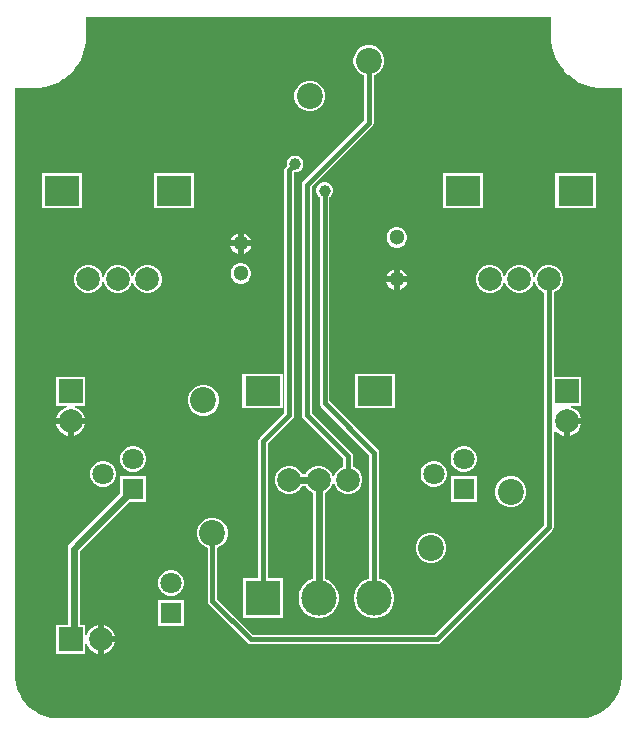
<source format=gbl>
G04*
G04 #@! TF.GenerationSoftware,Altium Limited,Altium Designer,24.2.2 (26)*
G04*
G04 Layer_Physical_Order=2*
G04 Layer_Color=8421376*
%FSLAX25Y25*%
%MOIN*%
G70*
G04*
G04 #@! TF.SameCoordinates,D69A43C9-FDAF-4BAE-836A-D486D32142D5*
G04*
G04*
G04 #@! TF.FilePolarity,Positive*
G04*
G01*
G75*
%ADD36C,0.01575*%
%ADD37C,0.02362*%
%ADD38C,0.08661*%
%ADD39R,0.11811X0.09843*%
%ADD40C,0.07874*%
%ADD41C,0.07087*%
%ADD42R,0.07087X0.07087*%
%ADD43C,0.05118*%
%ADD44C,0.11811*%
%ADD45R,0.11811X0.11811*%
%ADD46R,0.07087X0.07087*%
%ADD47R,0.07874X0.07874*%
%ADD48R,0.07874X0.07874*%
%ADD49C,0.03937*%
G36*
X183835Y405512D02*
X183839Y405492D01*
X183836Y405472D01*
X183870Y404442D01*
X183883Y404384D01*
X183879Y404325D01*
X184148Y402282D01*
X184174Y402207D01*
X184179Y402128D01*
X184712Y400138D01*
X184747Y400067D01*
X184763Y399989D01*
X185551Y398086D01*
X185595Y398020D01*
X185621Y397944D01*
X186651Y396161D01*
X186703Y396101D01*
X186738Y396030D01*
X187992Y394395D01*
X188052Y394343D01*
X188096Y394277D01*
X189552Y392820D01*
X189619Y392776D01*
X189671Y392717D01*
X191305Y391462D01*
X191376Y391427D01*
X191436Y391375D01*
X193220Y390345D01*
X193295Y390319D01*
X193361Y390275D01*
X195264Y389487D01*
X195342Y389472D01*
X195414Y389436D01*
X197403Y388903D01*
X197483Y388898D01*
X197558Y388873D01*
X199600Y388604D01*
X199660Y388608D01*
X199718Y388594D01*
X200748Y388560D01*
X200768Y388563D01*
X200787Y388560D01*
X207457D01*
X207457Y192913D01*
X207457Y191960D01*
X207208Y190070D01*
X206715Y188228D01*
X205985Y186467D01*
X205032Y184816D01*
X203871Y183303D01*
X202523Y181955D01*
X201011Y180795D01*
X199360Y179841D01*
X197598Y179112D01*
X195757Y178618D01*
X193867Y178369D01*
X192913D01*
X19685Y178369D01*
X18732D01*
X16842Y178618D01*
X15000Y179112D01*
X13239Y179841D01*
X11588Y180795D01*
X10075Y181955D01*
X8727Y183303D01*
X7566Y184816D01*
X6613Y186467D01*
X5883Y188228D01*
X5390Y190070D01*
X5141Y191960D01*
X5141Y192913D01*
Y388560D01*
X11811D01*
X11831Y388563D01*
X11850Y388560D01*
X12880Y388594D01*
X12939Y388608D01*
X12998Y388604D01*
X15041Y388873D01*
X15116Y388898D01*
X15195Y388903D01*
X17185Y389436D01*
X17256Y389472D01*
X17334Y389487D01*
X19237Y390275D01*
X19303Y390319D01*
X19378Y390345D01*
X21162Y391375D01*
X21222Y391427D01*
X21293Y391462D01*
X22928Y392717D01*
X22980Y392776D01*
X23046Y392820D01*
X24502Y394277D01*
X24547Y394343D01*
X24606Y394395D01*
X25860Y396030D01*
X25896Y396101D01*
X25948Y396161D01*
X26978Y397944D01*
X27003Y398020D01*
X27048Y398086D01*
X27836Y399989D01*
X27851Y400067D01*
X27887Y400138D01*
X28420Y402128D01*
X28425Y402207D01*
X28450Y402282D01*
X28719Y404325D01*
X28715Y404384D01*
X28729Y404442D01*
X28763Y405472D01*
X28759Y405492D01*
X28763Y405512D01*
Y412182D01*
X183835D01*
Y405512D01*
D02*
G37*
%LPC*%
G36*
X104020Y390945D02*
X102673D01*
X101371Y390596D01*
X100204Y389922D01*
X99251Y388969D01*
X98577Y387802D01*
X98228Y386501D01*
Y385153D01*
X98577Y383851D01*
X99251Y382684D01*
X100204Y381731D01*
X101371Y381058D01*
X102673Y380709D01*
X104020D01*
X105322Y381058D01*
X106489Y381731D01*
X107442Y382684D01*
X108116Y383851D01*
X108465Y385153D01*
Y386501D01*
X108116Y387802D01*
X107442Y388969D01*
X106489Y389922D01*
X105322Y390596D01*
X104020Y390945D01*
D02*
G37*
G36*
X198622Y360039D02*
X185236D01*
Y348622D01*
X198622D01*
Y360039D01*
D02*
G37*
G36*
X161221D02*
X147835D01*
Y348622D01*
X161221D01*
Y360039D01*
D02*
G37*
G36*
X64764D02*
X51378D01*
Y348622D01*
X64764D01*
Y360039D01*
D02*
G37*
G36*
X27362D02*
X13976D01*
Y348622D01*
X27362D01*
Y360039D01*
D02*
G37*
G36*
X81299Y340110D02*
Y337693D01*
X83716D01*
X83616Y338067D01*
X83147Y338878D01*
X82485Y339541D01*
X81673Y340009D01*
X81299Y340110D01*
D02*
G37*
G36*
X79299D02*
X78926Y340009D01*
X78114Y339541D01*
X77451Y338878D01*
X76983Y338067D01*
X76883Y337693D01*
X79299D01*
Y340110D01*
D02*
G37*
G36*
X132740Y342039D02*
X131859D01*
X131008Y341811D01*
X130244Y341371D01*
X129621Y340748D01*
X129181Y339985D01*
X128953Y339134D01*
Y338252D01*
X129181Y337401D01*
X129621Y336638D01*
X130244Y336015D01*
X131008Y335575D01*
X131859Y335347D01*
X132740D01*
X133591Y335575D01*
X134354Y336015D01*
X134977Y336638D01*
X135418Y337401D01*
X135646Y338252D01*
Y339134D01*
X135418Y339985D01*
X134977Y340748D01*
X134354Y341371D01*
X133591Y341811D01*
X132740Y342039D01*
D02*
G37*
G36*
X83716Y335693D02*
X81299D01*
Y333276D01*
X81673Y333376D01*
X82485Y333845D01*
X83147Y334508D01*
X83616Y335319D01*
X83716Y335693D01*
D02*
G37*
G36*
X79299D02*
X76883D01*
X76983Y335319D01*
X77451Y334508D01*
X78114Y333845D01*
X78926Y333376D01*
X79299Y333276D01*
Y335693D01*
D02*
G37*
G36*
X133299Y328110D02*
Y325693D01*
X135716D01*
X135616Y326067D01*
X135147Y326878D01*
X134485Y327541D01*
X133673Y328009D01*
X133299Y328110D01*
D02*
G37*
G36*
X131299D02*
X130926Y328009D01*
X130114Y327541D01*
X129451Y326878D01*
X128983Y326067D01*
X128883Y325693D01*
X131299D01*
Y328110D01*
D02*
G37*
G36*
X183693Y329528D02*
X182449D01*
X181247Y329206D01*
X180170Y328584D01*
X179290Y327704D01*
X178668Y326627D01*
X178408Y325656D01*
X177891D01*
X177631Y326627D01*
X177009Y327704D01*
X176129Y328584D01*
X175052Y329206D01*
X173850Y329528D01*
X172606D01*
X171405Y329206D01*
X170327Y328584D01*
X169448Y327704D01*
X168826Y326627D01*
X168566Y325656D01*
X168048D01*
X167788Y326627D01*
X167166Y327704D01*
X166287Y328584D01*
X165209Y329206D01*
X164008Y329528D01*
X162764D01*
X161562Y329206D01*
X160485Y328584D01*
X159605Y327704D01*
X158983Y326627D01*
X158661Y325425D01*
Y324181D01*
X158983Y322980D01*
X159605Y321902D01*
X160485Y321023D01*
X161562Y320401D01*
X162764Y320079D01*
X164008D01*
X165209Y320401D01*
X166287Y321023D01*
X167166Y321902D01*
X167788Y322980D01*
X168048Y323950D01*
X168566D01*
X168826Y322980D01*
X169448Y321902D01*
X170327Y321023D01*
X171405Y320401D01*
X172606Y320079D01*
X173850D01*
X175052Y320401D01*
X176129Y321023D01*
X177009Y321902D01*
X177631Y322980D01*
X177891Y323950D01*
X178408D01*
X178668Y322980D01*
X179290Y321902D01*
X180170Y321023D01*
X181247Y320401D01*
X181465Y320342D01*
Y242791D01*
X145004Y206330D01*
X84326D01*
X72472Y218185D01*
Y235289D01*
X72842Y235388D01*
X74009Y236062D01*
X74962Y237015D01*
X75635Y238182D01*
X75984Y239484D01*
Y240831D01*
X75635Y242133D01*
X74962Y243300D01*
X74009Y244253D01*
X72842Y244927D01*
X71540Y245276D01*
X70192D01*
X68891Y244927D01*
X67724Y244253D01*
X66771Y243300D01*
X66097Y242133D01*
X65748Y240831D01*
Y239484D01*
X66097Y238182D01*
X66771Y237015D01*
X67724Y236062D01*
X68891Y235388D01*
X69261Y235289D01*
Y217520D01*
X69261Y217520D01*
X69383Y216905D01*
X69731Y216384D01*
X82526Y203589D01*
X82526Y203589D01*
X83047Y203241D01*
X83661Y203119D01*
X83662Y203119D01*
X145669D01*
X145669Y203119D01*
X146284Y203241D01*
X146805Y203589D01*
X184206Y240991D01*
X184206Y240991D01*
X184554Y241512D01*
X184677Y242126D01*
Y274012D01*
X185177Y274219D01*
X185945Y273451D01*
X187071Y272801D01*
X187976Y272558D01*
Y277402D01*
X188976D01*
Y278402D01*
X193820D01*
X193577Y279307D01*
X192927Y280433D01*
X192008Y281352D01*
X190882Y282002D01*
X190229Y282177D01*
X190295Y282677D01*
X193701D01*
Y292126D01*
X184677D01*
Y320342D01*
X184894Y320401D01*
X185972Y321023D01*
X186851Y321902D01*
X187473Y322980D01*
X187795Y324181D01*
Y325425D01*
X187473Y326627D01*
X186851Y327704D01*
X185972Y328584D01*
X184894Y329206D01*
X183693Y329528D01*
D02*
G37*
G36*
X49835D02*
X48591D01*
X47389Y329206D01*
X46312Y328584D01*
X45432Y327704D01*
X44810Y326627D01*
X44550Y325656D01*
X44032D01*
X43773Y326627D01*
X43150Y327704D01*
X42271Y328584D01*
X41194Y329206D01*
X39992Y329528D01*
X38748D01*
X37547Y329206D01*
X36469Y328584D01*
X35590Y327704D01*
X34968Y326627D01*
X34708Y325656D01*
X34190D01*
X33930Y326627D01*
X33308Y327704D01*
X32428Y328584D01*
X31351Y329206D01*
X30149Y329528D01*
X28906D01*
X27704Y329206D01*
X26627Y328584D01*
X25747Y327704D01*
X25125Y326627D01*
X24803Y325425D01*
Y324181D01*
X25125Y322980D01*
X25747Y321902D01*
X26627Y321023D01*
X27704Y320401D01*
X28906Y320079D01*
X30149D01*
X31351Y320401D01*
X32428Y321023D01*
X33308Y321902D01*
X33930Y322980D01*
X34190Y323950D01*
X34708D01*
X34968Y322980D01*
X35590Y321902D01*
X36469Y321023D01*
X37547Y320401D01*
X38748Y320079D01*
X39992D01*
X41194Y320401D01*
X42271Y321023D01*
X43150Y321902D01*
X43773Y322980D01*
X44032Y323950D01*
X44550D01*
X44810Y322980D01*
X45432Y321902D01*
X46312Y321023D01*
X47389Y320401D01*
X48591Y320079D01*
X49835D01*
X51036Y320401D01*
X52113Y321023D01*
X52993Y321902D01*
X53615Y322980D01*
X53937Y324181D01*
Y325425D01*
X53615Y326627D01*
X52993Y327704D01*
X52113Y328584D01*
X51036Y329206D01*
X49835Y329528D01*
D02*
G37*
G36*
X80740Y330039D02*
X79859D01*
X79008Y329811D01*
X78244Y329371D01*
X77621Y328748D01*
X77181Y327985D01*
X76953Y327133D01*
Y326252D01*
X77181Y325401D01*
X77621Y324638D01*
X78244Y324015D01*
X79008Y323574D01*
X79859Y323346D01*
X80740D01*
X81591Y323574D01*
X82354Y324015D01*
X82977Y324638D01*
X83418Y325401D01*
X83646Y326252D01*
Y327133D01*
X83418Y327985D01*
X82977Y328748D01*
X82354Y329371D01*
X81591Y329811D01*
X80740Y330039D01*
D02*
G37*
G36*
X135716Y323693D02*
X133299D01*
Y321276D01*
X133673Y321376D01*
X134485Y321845D01*
X135147Y322508D01*
X135616Y323319D01*
X135716Y323693D01*
D02*
G37*
G36*
X131299D02*
X128883D01*
X128983Y323319D01*
X129451Y322508D01*
X130114Y321845D01*
X130926Y321376D01*
X131299Y321276D01*
Y323693D01*
D02*
G37*
G36*
X131693Y293110D02*
X118307D01*
Y281693D01*
X131693D01*
Y293110D01*
D02*
G37*
G36*
X94291D02*
X80905D01*
Y281693D01*
X94291D01*
Y293110D01*
D02*
G37*
G36*
X68587Y289567D02*
X67240D01*
X65938Y289218D01*
X64771Y288544D01*
X63818Y287591D01*
X63144Y286424D01*
X62795Y285123D01*
Y283775D01*
X63144Y282473D01*
X63818Y281306D01*
X64771Y280353D01*
X65938Y279679D01*
X67240Y279331D01*
X68587D01*
X69889Y279679D01*
X71056Y280353D01*
X72009Y281306D01*
X72683Y282473D01*
X73032Y283775D01*
Y285123D01*
X72683Y286424D01*
X72009Y287591D01*
X71056Y288544D01*
X69889Y289218D01*
X68587Y289567D01*
D02*
G37*
G36*
X28346Y292126D02*
X18898D01*
Y282677D01*
X22304D01*
X22370Y282177D01*
X21716Y282002D01*
X20591Y281352D01*
X19671Y280433D01*
X19022Y279307D01*
X18779Y278402D01*
X28465D01*
X28223Y279307D01*
X27573Y280433D01*
X26653Y281352D01*
X25528Y282002D01*
X24874Y282177D01*
X24940Y282677D01*
X28346D01*
Y292126D01*
D02*
G37*
G36*
X193820Y276402D02*
X189976D01*
Y272558D01*
X190882Y272801D01*
X192008Y273451D01*
X192927Y274370D01*
X193577Y275496D01*
X193820Y276402D01*
D02*
G37*
G36*
X28465D02*
X24622D01*
Y272558D01*
X25528Y272801D01*
X26653Y273451D01*
X27573Y274370D01*
X28223Y275496D01*
X28465Y276402D01*
D02*
G37*
G36*
X22622D02*
X18779D01*
X19022Y275496D01*
X19671Y274370D01*
X20591Y273451D01*
X21716Y272801D01*
X22622Y272558D01*
Y276402D01*
D02*
G37*
G36*
X155176Y269173D02*
X154036D01*
X152935Y268878D01*
X151947Y268308D01*
X151141Y267502D01*
X150571Y266514D01*
X150276Y265413D01*
Y264272D01*
X150571Y263171D01*
X151141Y262183D01*
X151947Y261377D01*
X152935Y260807D01*
X154036Y260512D01*
X155176D01*
X156278Y260807D01*
X157265Y261377D01*
X158072Y262183D01*
X158642Y263171D01*
X158937Y264272D01*
Y265413D01*
X158642Y266514D01*
X158072Y267502D01*
X157265Y268308D01*
X156278Y268878D01*
X155176Y269173D01*
D02*
G37*
G36*
X45019D02*
X43879D01*
X42777Y268878D01*
X41790Y268308D01*
X40983Y267502D01*
X40413Y266514D01*
X40118Y265413D01*
Y264272D01*
X40413Y263171D01*
X40983Y262183D01*
X41790Y261377D01*
X42777Y260807D01*
X43879Y260512D01*
X45019D01*
X46120Y260807D01*
X47108Y261377D01*
X47914Y262183D01*
X48484Y263171D01*
X48779Y264272D01*
Y265413D01*
X48484Y266514D01*
X47914Y267502D01*
X47108Y268308D01*
X46120Y268878D01*
X45019Y269173D01*
D02*
G37*
G36*
X123705Y402756D02*
X122358D01*
X121056Y402407D01*
X119889Y401733D01*
X118936Y400780D01*
X118262Y399613D01*
X117913Y398312D01*
Y396964D01*
X118262Y395662D01*
X118936Y394495D01*
X119889Y393542D01*
X121056Y392868D01*
X121426Y392769D01*
Y377634D01*
X101227Y357435D01*
X100879Y356914D01*
X100757Y356299D01*
X100757Y356299D01*
Y279528D01*
X100757Y279528D01*
X100879Y278913D01*
X101227Y278392D01*
X114536Y265083D01*
Y262335D01*
X114318Y262277D01*
X113241Y261654D01*
X112361Y260775D01*
X111739Y259698D01*
X111479Y258727D01*
X110962D01*
X110702Y259698D01*
X110080Y260775D01*
X109200Y261654D01*
X108123Y262277D01*
X106921Y262598D01*
X105677D01*
X104476Y262277D01*
X103398Y261654D01*
X102519Y260775D01*
X102003Y259881D01*
X100753D01*
X100237Y260775D01*
X99358Y261654D01*
X98280Y262277D01*
X97079Y262598D01*
X95835D01*
X94633Y262277D01*
X93556Y261654D01*
X92676Y260775D01*
X92054Y259698D01*
X91732Y258496D01*
Y257252D01*
X92054Y256050D01*
X92676Y254973D01*
X93556Y254094D01*
X94633Y253472D01*
X95835Y253150D01*
X97079D01*
X98280Y253472D01*
X99358Y254094D01*
X100237Y254973D01*
X100753Y255867D01*
X102003D01*
X102519Y254973D01*
X103398Y254094D01*
X104292Y253577D01*
Y224917D01*
X103129Y224435D01*
X102033Y223703D01*
X101101Y222770D01*
X100368Y221674D01*
X99863Y220456D01*
X99606Y219163D01*
Y217845D01*
X99863Y216552D01*
X100368Y215334D01*
X101101Y214237D01*
X102033Y213305D01*
X103129Y212573D01*
X104347Y212068D01*
X105640Y211811D01*
X106958D01*
X108252Y212068D01*
X109469Y212573D01*
X110566Y213305D01*
X111498Y214237D01*
X112230Y215334D01*
X112735Y216552D01*
X112992Y217845D01*
Y219163D01*
X112735Y220456D01*
X112230Y221674D01*
X111498Y222770D01*
X110566Y223703D01*
X109469Y224435D01*
X108306Y224917D01*
Y253577D01*
X109200Y254094D01*
X110080Y254973D01*
X110702Y256050D01*
X110962Y257021D01*
X111479D01*
X111739Y256050D01*
X112361Y254973D01*
X113241Y254094D01*
X114318Y253472D01*
X115520Y253150D01*
X116764D01*
X117965Y253472D01*
X119043Y254094D01*
X119922Y254973D01*
X120544Y256050D01*
X120866Y257252D01*
Y258496D01*
X120544Y259698D01*
X119922Y260775D01*
X119043Y261654D01*
X117965Y262277D01*
X117747Y262335D01*
Y265748D01*
X117625Y266362D01*
X117277Y266883D01*
X117277Y266883D01*
X103968Y280193D01*
Y355634D01*
X124167Y375833D01*
X124167Y375833D01*
X124515Y376354D01*
X124637Y376969D01*
Y392769D01*
X125007Y392868D01*
X126174Y393542D01*
X127127Y394495D01*
X127801Y395662D01*
X128150Y396964D01*
Y398312D01*
X127801Y399613D01*
X127127Y400780D01*
X126174Y401733D01*
X125007Y402407D01*
X123705Y402756D01*
D02*
G37*
G36*
X145176Y264173D02*
X144036D01*
X142935Y263878D01*
X141947Y263308D01*
X141141Y262502D01*
X140571Y261514D01*
X140276Y260413D01*
Y259272D01*
X140571Y258171D01*
X141141Y257183D01*
X141947Y256377D01*
X142935Y255807D01*
X144036Y255512D01*
X145176D01*
X146278Y255807D01*
X147265Y256377D01*
X148072Y257183D01*
X148642Y258171D01*
X148937Y259272D01*
Y260413D01*
X148642Y261514D01*
X148072Y262502D01*
X147265Y263308D01*
X146278Y263878D01*
X145176Y264173D01*
D02*
G37*
G36*
X35019D02*
X33879D01*
X32777Y263878D01*
X31790Y263308D01*
X30983Y262502D01*
X30413Y261514D01*
X30118Y260413D01*
Y259272D01*
X30413Y258171D01*
X30983Y257183D01*
X31790Y256377D01*
X32777Y255807D01*
X33879Y255512D01*
X35019D01*
X36120Y255807D01*
X37108Y256377D01*
X37914Y257183D01*
X38484Y258171D01*
X38780Y259272D01*
Y260413D01*
X38484Y261514D01*
X37914Y262502D01*
X37108Y263308D01*
X36120Y263878D01*
X35019Y264173D01*
D02*
G37*
G36*
X158937Y259173D02*
X150276D01*
Y250512D01*
X158937D01*
Y259173D01*
D02*
G37*
G36*
X170949Y259055D02*
X169602D01*
X168300Y258706D01*
X167133Y258032D01*
X166180Y257080D01*
X165506Y255912D01*
X165157Y254611D01*
Y253263D01*
X165506Y251961D01*
X166180Y250794D01*
X167133Y249841D01*
X168300Y249168D01*
X169602Y248819D01*
X170949D01*
X172251Y249168D01*
X173418Y249841D01*
X174371Y250794D01*
X175045Y251961D01*
X175394Y253263D01*
Y254611D01*
X175045Y255912D01*
X174371Y257080D01*
X173418Y258032D01*
X172251Y258706D01*
X170949Y259055D01*
D02*
G37*
G36*
X144375Y240354D02*
X143027D01*
X141725Y240005D01*
X140558Y239332D01*
X139605Y238379D01*
X138932Y237212D01*
X138583Y235910D01*
Y234562D01*
X138932Y233261D01*
X139605Y232094D01*
X140558Y231141D01*
X141725Y230467D01*
X143027Y230118D01*
X144375D01*
X145676Y230467D01*
X146843Y231141D01*
X147796Y232094D01*
X148470Y233261D01*
X148819Y234562D01*
Y235910D01*
X148470Y237212D01*
X147796Y238379D01*
X146843Y239332D01*
X145676Y240005D01*
X144375Y240354D01*
D02*
G37*
G36*
X57657Y227835D02*
X56516D01*
X55415Y227539D01*
X54427Y226969D01*
X53621Y226163D01*
X53051Y225175D01*
X52756Y224074D01*
Y222934D01*
X53051Y221832D01*
X53621Y220845D01*
X54427Y220039D01*
X55415Y219468D01*
X56516Y219173D01*
X57657D01*
X58758Y219468D01*
X59746Y220039D01*
X60552Y220845D01*
X61122Y221832D01*
X61417Y222934D01*
Y224074D01*
X61122Y225175D01*
X60552Y226163D01*
X59746Y226969D01*
X58758Y227539D01*
X57657Y227835D01*
D02*
G37*
G36*
X108631Y357087D02*
X107905D01*
X107204Y356899D01*
X106576Y356536D01*
X106062Y356023D01*
X105700Y355395D01*
X105512Y354694D01*
Y353968D01*
X105700Y353267D01*
X106062Y352639D01*
X106576Y352125D01*
X106662Y352076D01*
Y283465D01*
X106662Y283465D01*
X106784Y282850D01*
X107132Y282329D01*
X123197Y266264D01*
Y225009D01*
X122851Y224940D01*
X121633Y224435D01*
X120537Y223703D01*
X119604Y222770D01*
X118872Y221674D01*
X118368Y220456D01*
X118110Y219163D01*
Y217845D01*
X118368Y216552D01*
X118872Y215334D01*
X119604Y214237D01*
X120537Y213305D01*
X121633Y212573D01*
X122851Y212068D01*
X124144Y211811D01*
X125462D01*
X126755Y212068D01*
X127973Y212573D01*
X129070Y213305D01*
X130002Y214237D01*
X130734Y215334D01*
X131239Y216552D01*
X131496Y217845D01*
Y219163D01*
X131239Y220456D01*
X130734Y221674D01*
X130002Y222770D01*
X129070Y223703D01*
X127973Y224435D01*
X126755Y224940D01*
X126409Y225009D01*
Y266929D01*
X126409Y266929D01*
X126287Y267544D01*
X125938Y268064D01*
X109873Y284130D01*
Y352076D01*
X109960Y352125D01*
X110473Y352639D01*
X110836Y353267D01*
X111024Y353968D01*
Y354694D01*
X110836Y355395D01*
X110473Y356023D01*
X109960Y356536D01*
X109332Y356899D01*
X108631Y357087D01*
D02*
G37*
G36*
X98788Y365945D02*
X98062D01*
X97361Y365757D01*
X96733Y365394D01*
X96220Y364881D01*
X95857Y364253D01*
X95669Y363552D01*
Y362826D01*
X95724Y362623D01*
X95321Y362221D01*
X94973Y361700D01*
X94851Y361085D01*
X94851Y361085D01*
Y280193D01*
X86660Y272002D01*
X86312Y271481D01*
X86190Y270866D01*
X86190Y270866D01*
Y225197D01*
X81102D01*
Y211811D01*
X94488D01*
Y225197D01*
X89401D01*
Y270201D01*
X97592Y278392D01*
X97592Y278392D01*
X97940Y278913D01*
X98062Y279528D01*
X98062Y279528D01*
Y360420D01*
X98075Y360433D01*
X98788D01*
X99489Y360621D01*
X100117Y360984D01*
X100630Y361497D01*
X100993Y362125D01*
X101181Y362826D01*
Y363552D01*
X100993Y364253D01*
X100630Y364881D01*
X100117Y365394D01*
X99489Y365757D01*
X98788Y365945D01*
D02*
G37*
G36*
X61417Y217835D02*
X52756D01*
Y209173D01*
X61417D01*
Y217835D01*
D02*
G37*
G36*
X34622Y209568D02*
Y205724D01*
X38465D01*
X38223Y206630D01*
X37573Y207756D01*
X36653Y208675D01*
X35528Y209325D01*
X34622Y209568D01*
D02*
G37*
G36*
X48779Y259173D02*
X40118D01*
Y253350D01*
X23187Y236419D01*
X22752Y235768D01*
X22599Y235000D01*
Y209449D01*
X18898D01*
Y200000D01*
X28346D01*
Y203406D01*
X28846Y203472D01*
X29021Y202819D01*
X29671Y201693D01*
X30591Y200774D01*
X31716Y200124D01*
X32622Y199881D01*
Y204724D01*
Y209568D01*
X31716Y209325D01*
X30591Y208675D01*
X29671Y207756D01*
X29021Y206630D01*
X28846Y205977D01*
X28346Y206043D01*
Y209449D01*
X26613D01*
Y234169D01*
X42957Y250512D01*
X48779D01*
Y259173D01*
D02*
G37*
G36*
X38465Y203724D02*
X34622D01*
Y199881D01*
X35528Y200124D01*
X36653Y200774D01*
X37573Y201693D01*
X38223Y202819D01*
X38465Y203724D01*
D02*
G37*
%LPD*%
D36*
X108268Y283465D02*
X124803Y266929D01*
Y218504D02*
Y266929D01*
X108268Y283465D02*
Y354331D01*
X87795Y218504D02*
Y270866D01*
X96457Y279528D02*
Y361085D01*
X87795Y270866D02*
X96457Y279528D01*
X123031Y376969D02*
Y397638D01*
X102362Y279528D02*
Y356299D01*
X123031Y376969D01*
X102362Y279528D02*
X116142Y265748D01*
X98425Y363054D02*
Y363189D01*
X96457Y361085D02*
X98425Y363054D01*
X116142Y257874D02*
Y265748D01*
X70866Y217520D02*
X83661Y204724D01*
X70866Y217520D02*
Y240158D01*
X83661Y204724D02*
X145669D01*
X183071Y242126D01*
Y324803D01*
D37*
X24606Y205709D02*
Y235000D01*
X23622Y204724D02*
X24606Y205709D01*
Y235000D02*
X44449Y254842D01*
X96457Y257874D02*
X106299D01*
X106299Y218504D02*
Y257874D01*
X106299Y218504D02*
X106299Y218504D01*
Y257874D02*
X106299Y257874D01*
D38*
X67913Y284449D02*
D03*
X70866Y240158D02*
D03*
X103347Y385827D02*
D03*
X170276Y253937D02*
D03*
X143701Y235236D02*
D03*
X123031Y397638D02*
D03*
D39*
X58071Y354331D02*
D03*
X20669D02*
D03*
X87598Y287402D02*
D03*
X125000D02*
D03*
X191929Y354331D02*
D03*
X154527D02*
D03*
D40*
X49213Y324803D02*
D03*
X39370D02*
D03*
X29528D02*
D03*
X96457Y257874D02*
D03*
X106299D02*
D03*
X116142D02*
D03*
X183071Y324803D02*
D03*
X173228D02*
D03*
X163386D02*
D03*
X23622Y277402D02*
D03*
X188976D02*
D03*
X33622Y204724D02*
D03*
D41*
X57087Y223504D02*
D03*
X44449Y264843D02*
D03*
X34449Y259842D02*
D03*
X144606D02*
D03*
X154606Y264843D02*
D03*
D42*
X57087Y213504D02*
D03*
D43*
X132299Y324693D02*
D03*
Y338693D02*
D03*
X80299Y326693D02*
D03*
Y336693D02*
D03*
D44*
X124803Y218504D02*
D03*
X106299D02*
D03*
D45*
X87795D02*
D03*
D46*
X44449Y254842D02*
D03*
X154606D02*
D03*
D47*
X23622Y287402D02*
D03*
X188976D02*
D03*
D48*
X23622Y204724D02*
D03*
D49*
X187992Y384842D02*
D03*
X139764Y348425D02*
D03*
X66929Y406496D02*
D03*
X98425Y363189D02*
D03*
X108268Y354331D02*
D03*
X72835Y270669D02*
D03*
X135827Y381102D02*
D03*
X136614Y407480D02*
D03*
X173228Y400394D02*
D03*
X74016Y377165D02*
D03*
X33858Y377953D02*
D03*
M02*

</source>
